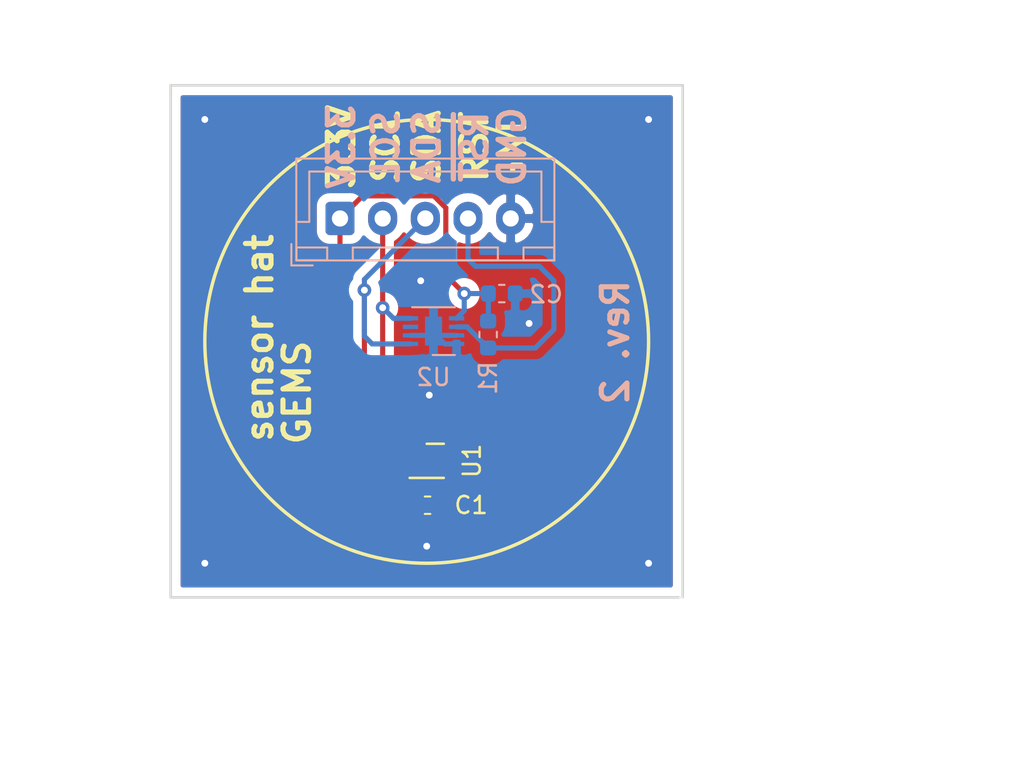
<source format=kicad_pcb>
(kicad_pcb (version 20171130) (host pcbnew 5.1.5+dfsg1-2build2)

  (general
    (thickness 1.6)
    (drawings 18)
    (tracks 60)
    (zones 0)
    (modules 6)
    (nets 9)
  )

  (page A4)
  (layers
    (0 F.Cu signal)
    (31 B.Cu signal)
    (32 B.Adhes user)
    (33 F.Adhes user)
    (34 B.Paste user)
    (35 F.Paste user)
    (36 B.SilkS user)
    (37 F.SilkS user)
    (38 B.Mask user)
    (39 F.Mask user)
    (40 Dwgs.User user)
    (41 Cmts.User user)
    (42 Eco1.User user)
    (43 Eco2.User user)
    (44 Edge.Cuts user)
    (45 Margin user)
    (46 B.CrtYd user)
    (47 F.CrtYd user)
    (48 B.Fab user)
    (49 F.Fab user)
  )

  (setup
    (last_trace_width 0.25)
    (user_trace_width 0.3)
    (trace_clearance 0.2)
    (zone_clearance 0.508)
    (zone_45_only no)
    (trace_min 0.2)
    (via_size 0.8)
    (via_drill 0.4)
    (via_min_size 0.4)
    (via_min_drill 0.3)
    (uvia_size 0.3)
    (uvia_drill 0.1)
    (uvias_allowed no)
    (uvia_min_size 0.2)
    (uvia_min_drill 0.1)
    (edge_width 0.15)
    (segment_width 0.2)
    (pcb_text_width 0.3)
    (pcb_text_size 1.5 1.5)
    (mod_edge_width 0.15)
    (mod_text_size 1 1)
    (mod_text_width 0.15)
    (pad_size 1.524 1.524)
    (pad_drill 0.762)
    (pad_to_mask_clearance 0.051)
    (solder_mask_min_width 0.25)
    (aux_axis_origin 0 0)
    (visible_elements FFFFFF7F)
    (pcbplotparams
      (layerselection 0x010fc_ffffffff)
      (usegerberextensions false)
      (usegerberattributes false)
      (usegerberadvancedattributes false)
      (creategerberjobfile false)
      (excludeedgelayer true)
      (linewidth 0.100000)
      (plotframeref false)
      (viasonmask false)
      (mode 1)
      (useauxorigin false)
      (hpglpennumber 1)
      (hpglpenspeed 20)
      (hpglpendiameter 15.000000)
      (psnegative false)
      (psa4output false)
      (plotreference true)
      (plotvalue true)
      (plotinvisibletext false)
      (padsonsilk false)
      (subtractmaskfromsilk false)
      (outputformat 1)
      (mirror false)
      (drillshape 0)
      (scaleselection 1)
      (outputdirectory "gerber"))
  )

  (net 0 "")
  (net 1 /SCL)
  (net 2 /SDA)
  (net 3 +3V3)
  (net 4 "Net-(U1-Pad4)")
  (net 5 "Net-(U1-Pad5)")
  (net 6 GND)
  (net 7 /~RST)
  (net 8 "Net-(U2-Pad3)")

  (net_class Default "This is the default net class."
    (clearance 0.2)
    (trace_width 0.25)
    (via_dia 0.8)
    (via_drill 0.4)
    (uvia_dia 0.3)
    (uvia_drill 0.1)
    (add_net +3V3)
    (add_net /SCL)
    (add_net /SDA)
    (add_net /~RST)
    (add_net GND)
    (add_net "Net-(U1-Pad4)")
    (add_net "Net-(U1-Pad5)")
    (add_net "Net-(U2-Pad3)")
  )

  (module Capacitor_SMD:C_0603_1608Metric (layer B.Cu) (tedit 5B301BBE) (tstamp 5D503912)
    (at 104.4 97.2)
    (descr "Capacitor SMD 0603 (1608 Metric), square (rectangular) end terminal, IPC_7351 nominal, (Body size source: http://www.tortai-tech.com/upload/download/2011102023233369053.pdf), generated with kicad-footprint-generator")
    (tags capacitor)
    (path /5D31EB78)
    (attr smd)
    (fp_text reference C2 (at 2.6 0.05) (layer B.SilkS)
      (effects (font (size 1 1) (thickness 0.15)) (justify mirror))
    )
    (fp_text value 0.1uF (at 0 -1.43) (layer B.Fab)
      (effects (font (size 1 1) (thickness 0.15)) (justify mirror))
    )
    (fp_line (start -0.8 -0.4) (end -0.8 0.4) (layer B.Fab) (width 0.1))
    (fp_line (start -0.8 0.4) (end 0.8 0.4) (layer B.Fab) (width 0.1))
    (fp_line (start 0.8 0.4) (end 0.8 -0.4) (layer B.Fab) (width 0.1))
    (fp_line (start 0.8 -0.4) (end -0.8 -0.4) (layer B.Fab) (width 0.1))
    (fp_line (start -0.162779 0.51) (end 0.162779 0.51) (layer B.SilkS) (width 0.12))
    (fp_line (start -0.162779 -0.51) (end 0.162779 -0.51) (layer B.SilkS) (width 0.12))
    (fp_line (start -1.48 -0.73) (end -1.48 0.73) (layer B.CrtYd) (width 0.05))
    (fp_line (start -1.48 0.73) (end 1.48 0.73) (layer B.CrtYd) (width 0.05))
    (fp_line (start 1.48 0.73) (end 1.48 -0.73) (layer B.CrtYd) (width 0.05))
    (fp_line (start 1.48 -0.73) (end -1.48 -0.73) (layer B.CrtYd) (width 0.05))
    (fp_text user %R (at 0 0) (layer B.Fab)
      (effects (font (size 0.4 0.4) (thickness 0.06)) (justify mirror))
    )
    (pad 1 smd roundrect (at -0.7875 0) (size 0.875 0.95) (layers B.Cu B.Paste B.Mask) (roundrect_rratio 0.25)
      (net 3 +3V3))
    (pad 2 smd roundrect (at 0.7875 0) (size 0.875 0.95) (layers B.Cu B.Paste B.Mask) (roundrect_rratio 0.25)
      (net 6 GND))
    (model ${KISYS3DMOD}/Capacitor_SMD.3dshapes/C_0603_1608Metric.wrl
      (at (xyz 0 0 0))
      (scale (xyz 1 1 1))
      (rotate (xyz 0 0 0))
    )
  )

  (module Resistor_SMD:R_0603_1608Metric (layer B.Cu) (tedit 5B301BBD) (tstamp 5D46D53C)
    (at 103.6 99.6 270)
    (descr "Resistor SMD 0603 (1608 Metric), square (rectangular) end terminal, IPC_7351 nominal, (Body size source: http://www.tortai-tech.com/upload/download/2011102023233369053.pdf), generated with kicad-footprint-generator")
    (tags resistor)
    (path /5D31F19D)
    (attr smd)
    (fp_text reference R1 (at 2.55 0 270) (layer B.SilkS)
      (effects (font (size 1 1) (thickness 0.15)) (justify mirror))
    )
    (fp_text value 10k (at 0 -1.43 270) (layer B.Fab)
      (effects (font (size 1 1) (thickness 0.15)) (justify mirror))
    )
    (fp_line (start -0.8 -0.4) (end -0.8 0.4) (layer B.Fab) (width 0.1))
    (fp_line (start -0.8 0.4) (end 0.8 0.4) (layer B.Fab) (width 0.1))
    (fp_line (start 0.8 0.4) (end 0.8 -0.4) (layer B.Fab) (width 0.1))
    (fp_line (start 0.8 -0.4) (end -0.8 -0.4) (layer B.Fab) (width 0.1))
    (fp_line (start -0.162779 0.51) (end 0.162779 0.51) (layer B.SilkS) (width 0.12))
    (fp_line (start -0.162779 -0.51) (end 0.162779 -0.51) (layer B.SilkS) (width 0.12))
    (fp_line (start -1.48 -0.73) (end -1.48 0.73) (layer B.CrtYd) (width 0.05))
    (fp_line (start -1.48 0.73) (end 1.48 0.73) (layer B.CrtYd) (width 0.05))
    (fp_line (start 1.48 0.73) (end 1.48 -0.73) (layer B.CrtYd) (width 0.05))
    (fp_line (start 1.48 -0.73) (end -1.48 -0.73) (layer B.CrtYd) (width 0.05))
    (fp_text user %R (at 0 0 270) (layer B.Fab)
      (effects (font (size 0.4 0.4) (thickness 0.06)) (justify mirror))
    )
    (pad 1 smd roundrect (at -0.7875 0 270) (size 0.875 0.95) (layers B.Cu B.Paste B.Mask) (roundrect_rratio 0.25)
      (net 3 +3V3))
    (pad 2 smd roundrect (at 0.7875 0 270) (size 0.875 0.95) (layers B.Cu B.Paste B.Mask) (roundrect_rratio 0.25)
      (net 7 /~RST))
    (model ${KISYS3DMOD}/Resistor_SMD.3dshapes/R_0603_1608Metric.wrl
      (at (xyz 0 0 0))
      (scale (xyz 1 1 1))
      (rotate (xyz 0 0 0))
    )
  )

  (module gems_footprints:8P-1EP-DFN_2.5x2.5 (layer B.Cu) (tedit 5BE9455F) (tstamp 5D46D52B)
    (at 100.4 99.4)
    (path /5D31D79D)
    (fp_text reference U2 (at 0 2.7) (layer B.SilkS)
      (effects (font (size 1 1) (thickness 0.15)) (justify mirror))
    )
    (fp_text value SHT35 (at 0 -2.9) (layer B.Fab)
      (effects (font (size 1 1) (thickness 0.15)) (justify mirror))
    )
    (fp_line (start -1.25 1.25) (end 1.25 1.25) (layer B.Fab) (width 0.1))
    (fp_line (start 1.25 1.25) (end 1.25 -1.25) (layer B.Fab) (width 0.1))
    (fp_line (start 1.25 -1.25) (end -1.25 -1.25) (layer B.Fab) (width 0.1))
    (fp_line (start -1.25 -1.25) (end -1.25 1.25) (layer B.Fab) (width 0.1))
    (fp_line (start 2 2) (end 2 -2) (layer B.CrtYd) (width 0.05))
    (fp_line (start 2 -2) (end -2 -2) (layer B.CrtYd) (width 0.05))
    (fp_line (start -2 -2) (end -2 2) (layer B.CrtYd) (width 0.05))
    (fp_line (start -2 2) (end 2 2) (layer B.CrtYd) (width 0.05))
    (fp_poly (pts (xy -0.45 0.7) (xy -0.45 -0.7) (xy 0.45 -0.7) (xy 0.45 0.7)) (layer B.Paste) (width 0))
    (fp_line (start -0.05 1.4) (end 1.25 1.4) (layer B.SilkS) (width 0.12))
    (fp_line (start -1.25 -1.4) (end 1.25 -1.4) (layer B.SilkS) (width 0.12))
    (pad 9 smd rect (at 0 0) (size 1 1.7) (layers B.Cu B.Mask)
      (net 6 GND))
    (pad 8 smd rect (at 1.35 0.75) (size 0.9 0.25) (layers B.Cu B.Paste B.Mask)
      (net 6 GND))
    (pad 7 smd rect (at 1.35 0.25) (size 0.9 0.25) (layers B.Cu B.Paste B.Mask)
      (net 6 GND))
    (pad 6 smd rect (at 1.35 -0.25) (size 0.9 0.25) (layers B.Cu B.Paste B.Mask)
      (net 7 /~RST))
    (pad 5 smd rect (at 1.35 -0.75) (size 0.9 0.25) (layers B.Cu B.Paste B.Mask)
      (net 3 +3V3))
    (pad 1 smd rect (at -1.35 0.75) (size 0.9 0.25) (layers B.Cu B.Paste B.Mask)
      (net 2 /SDA))
    (pad 2 smd rect (at -1.35 0.25) (size 0.9 0.25) (layers B.Cu B.Paste B.Mask)
      (net 6 GND))
    (pad 3 smd rect (at -1.35 -0.25) (size 0.9 0.25) (layers B.Cu B.Paste B.Mask)
      (net 8 "Net-(U2-Pad3)"))
    (pad 4 smd rect (at -1.35 -0.75) (size 0.9 0.25) (layers B.Cu B.Paste B.Mask)
      (net 1 /SCL))
  )

  (module Capacitor_SMD:C_0603_1608Metric (layer F.Cu) (tedit 5D50900A) (tstamp 5CB8F07E)
    (at 100.05 109.6)
    (descr "Capacitor SMD 0603 (1608 Metric), square (rectangular) end terminal, IPC_7351 nominal, (Body size source: http://www.tortai-tech.com/upload/download/2011102023233369053.pdf), generated with kicad-footprint-generator")
    (tags capacitor)
    (path /5CA37DD0)
    (attr smd)
    (fp_text reference C1 (at 2.55 0) (layer F.SilkS)
      (effects (font (size 1 1) (thickness 0.15)))
    )
    (fp_text value 1uF (at 0 1.43) (layer F.Fab)
      (effects (font (size 1 1) (thickness 0.15)))
    )
    (fp_text user %R (at 0 0) (layer F.Fab)
      (effects (font (size 0.4 0.4) (thickness 0.06)))
    )
    (fp_line (start 1.48 0.73) (end -1.48 0.73) (layer F.CrtYd) (width 0.05))
    (fp_line (start 1.48 -0.73) (end 1.48 0.73) (layer F.CrtYd) (width 0.05))
    (fp_line (start -1.48 -0.73) (end 1.48 -0.73) (layer F.CrtYd) (width 0.05))
    (fp_line (start -1.48 0.73) (end -1.48 -0.73) (layer F.CrtYd) (width 0.05))
    (fp_line (start -0.162779 0.51) (end 0.162779 0.51) (layer F.SilkS) (width 0.12))
    (fp_line (start -0.162779 -0.51) (end 0.162779 -0.51) (layer F.SilkS) (width 0.12))
    (fp_line (start 0.8 0.4) (end -0.8 0.4) (layer F.Fab) (width 0.1))
    (fp_line (start 0.8 -0.4) (end 0.8 0.4) (layer F.Fab) (width 0.1))
    (fp_line (start -0.8 -0.4) (end 0.8 -0.4) (layer F.Fab) (width 0.1))
    (fp_line (start -0.8 0.4) (end -0.8 -0.4) (layer F.Fab) (width 0.1))
    (pad 2 smd roundrect (at 0.7875 0) (size 0.875 0.95) (layers F.Cu F.Paste F.Mask) (roundrect_rratio 0.25)
      (net 6 GND))
    (pad 1 smd roundrect (at -0.7875 0) (size 0.875 0.95) (layers F.Cu F.Paste F.Mask) (roundrect_rratio 0.25)
      (net 3 +3V3))
    (model ${KISYS3DMOD}/Capacitor_SMD.3dshapes/C_0603_1608Metric.wrl
      (at (xyz 0 0 0))
      (scale (xyz 1 1 1))
      (rotate (xyz 0 0 0))
    )
  )

  (module Connector_JST:JST_XH_B05B-XH-A_1x05_P2.50mm_Vertical (layer B.Cu) (tedit 5B7754C5) (tstamp 5CB8F06D)
    (at 94.92 92.8)
    (descr "JST XH series connector, B05B-XH-A (http://www.jst-mfg.com/product/pdf/eng/eXH.pdf), generated with kicad-footprint-generator")
    (tags "connector JST XH side entry")
    (path /5CA37B43)
    (fp_text reference J1 (at 5 3.55) (layer B.SilkS) hide
      (effects (font (size 1 1) (thickness 0.15)) (justify mirror))
    )
    (fp_text value Conn_01x05 (at 5 -4.6) (layer B.Fab)
      (effects (font (size 1 1) (thickness 0.15)) (justify mirror))
    )
    (fp_text user %R (at 5 -2.7) (layer B.Fab)
      (effects (font (size 1 1) (thickness 0.15)) (justify mirror))
    )
    (fp_line (start -2.85 2.75) (end -2.85 1.5) (layer B.SilkS) (width 0.12))
    (fp_line (start -1.6 2.75) (end -2.85 2.75) (layer B.SilkS) (width 0.12))
    (fp_line (start 11.8 -2.75) (end 5 -2.75) (layer B.SilkS) (width 0.12))
    (fp_line (start 11.8 0.2) (end 11.8 -2.75) (layer B.SilkS) (width 0.12))
    (fp_line (start 12.55 0.2) (end 11.8 0.2) (layer B.SilkS) (width 0.12))
    (fp_line (start -1.8 -2.75) (end 5 -2.75) (layer B.SilkS) (width 0.12))
    (fp_line (start -1.8 0.2) (end -1.8 -2.75) (layer B.SilkS) (width 0.12))
    (fp_line (start -2.55 0.2) (end -1.8 0.2) (layer B.SilkS) (width 0.12))
    (fp_line (start 12.55 2.45) (end 10.75 2.45) (layer B.SilkS) (width 0.12))
    (fp_line (start 12.55 1.7) (end 12.55 2.45) (layer B.SilkS) (width 0.12))
    (fp_line (start 10.75 1.7) (end 12.55 1.7) (layer B.SilkS) (width 0.12))
    (fp_line (start 10.75 2.45) (end 10.75 1.7) (layer B.SilkS) (width 0.12))
    (fp_line (start -0.75 2.45) (end -2.55 2.45) (layer B.SilkS) (width 0.12))
    (fp_line (start -0.75 1.7) (end -0.75 2.45) (layer B.SilkS) (width 0.12))
    (fp_line (start -2.55 1.7) (end -0.75 1.7) (layer B.SilkS) (width 0.12))
    (fp_line (start -2.55 2.45) (end -2.55 1.7) (layer B.SilkS) (width 0.12))
    (fp_line (start 9.25 2.45) (end 0.75 2.45) (layer B.SilkS) (width 0.12))
    (fp_line (start 9.25 1.7) (end 9.25 2.45) (layer B.SilkS) (width 0.12))
    (fp_line (start 0.75 1.7) (end 9.25 1.7) (layer B.SilkS) (width 0.12))
    (fp_line (start 0.75 2.45) (end 0.75 1.7) (layer B.SilkS) (width 0.12))
    (fp_line (start 0 1.35) (end 0.625 2.35) (layer B.Fab) (width 0.1))
    (fp_line (start -0.625 2.35) (end 0 1.35) (layer B.Fab) (width 0.1))
    (fp_line (start 12.95 2.85) (end -2.95 2.85) (layer B.CrtYd) (width 0.05))
    (fp_line (start 12.95 -3.9) (end 12.95 2.85) (layer B.CrtYd) (width 0.05))
    (fp_line (start -2.95 -3.9) (end 12.95 -3.9) (layer B.CrtYd) (width 0.05))
    (fp_line (start -2.95 2.85) (end -2.95 -3.9) (layer B.CrtYd) (width 0.05))
    (fp_line (start 12.56 2.46) (end -2.56 2.46) (layer B.SilkS) (width 0.12))
    (fp_line (start 12.56 -3.51) (end 12.56 2.46) (layer B.SilkS) (width 0.12))
    (fp_line (start -2.56 -3.51) (end 12.56 -3.51) (layer B.SilkS) (width 0.12))
    (fp_line (start -2.56 2.46) (end -2.56 -3.51) (layer B.SilkS) (width 0.12))
    (fp_line (start 12.45 2.35) (end -2.45 2.35) (layer B.Fab) (width 0.1))
    (fp_line (start 12.45 -3.4) (end 12.45 2.35) (layer B.Fab) (width 0.1))
    (fp_line (start -2.45 -3.4) (end 12.45 -3.4) (layer B.Fab) (width 0.1))
    (fp_line (start -2.45 2.35) (end -2.45 -3.4) (layer B.Fab) (width 0.1))
    (pad 5 thru_hole oval (at 10 0) (size 1.7 1.95) (drill 0.95) (layers *.Cu *.Mask)
      (net 6 GND))
    (pad 4 thru_hole oval (at 7.5 0) (size 1.7 1.95) (drill 0.95) (layers *.Cu *.Mask)
      (net 7 /~RST))
    (pad 3 thru_hole oval (at 5 0) (size 1.7 1.95) (drill 0.95) (layers *.Cu *.Mask)
      (net 2 /SDA))
    (pad 2 thru_hole oval (at 2.5 0) (size 1.7 1.95) (drill 0.95) (layers *.Cu *.Mask)
      (net 1 /SCL))
    (pad 1 thru_hole roundrect (at 0 0) (size 1.7 1.95) (drill 0.95) (layers *.Cu *.Mask) (roundrect_rratio 0.147059)
      (net 3 +3V3))
    (model ${KISYS3DMOD}/Connector_JST.3dshapes/JST_XH_B05B-XH-A_1x05_P2.50mm_Vertical.wrl
      (at (xyz 0 0 0))
      (scale (xyz 1 1 1))
      (rotate (xyz 0 0 0))
    )
  )

  (module gems_footprints:APDS-9306-065 (layer F.Cu) (tedit 5D508F36) (tstamp 5CB8F041)
    (at 100 107 90)
    (path /5CA37A9E)
    (fp_text reference U1 (at 0 2.65 90) (layer F.SilkS)
      (effects (font (size 1 1) (thickness 0.15)))
    )
    (fp_text value APDS-9306-065 (at 3.6 0) (layer F.Fab) hide
      (effects (font (size 1 1) (thickness 0.15)))
    )
    (fp_line (start -1.4 -1.8) (end -0.75 -1.8) (layer F.CrtYd) (width 0.15))
    (fp_line (start -1.4 1.8) (end -1.4 -1.8) (layer F.CrtYd) (width 0.15))
    (fp_line (start -1.35 1.8) (end -1.4 1.8) (layer F.CrtYd) (width 0.15))
    (fp_line (start 1.4 1.8) (end -1.35 1.8) (layer F.CrtYd) (width 0.15))
    (fp_line (start 1.4 -1.8) (end 1.4 1.8) (layer F.CrtYd) (width 0.15))
    (fp_line (start -0.85 -1.8) (end 1.4 -1.8) (layer F.CrtYd) (width 0.15))
    (fp_line (start 1 1) (end 1 0) (layer F.SilkS) (width 0.15))
    (fp_line (start -1 -1) (end -1 1) (layer F.SilkS) (width 0.15))
    (fp_line (start -1 1) (end 1 1) (layer F.Fab) (width 0.15))
    (fp_line (start -1 -1) (end 1 -1) (layer F.Fab) (width 0.15))
    (fp_line (start 1 -1) (end 1 1) (layer F.Fab) (width 0.15))
    (fp_line (start -1 -1) (end -1 1) (layer F.Fab) (width 0.15))
    (pad 4 smd rect (at -0.65 0.95 90) (size 0.4 1.2) (layers F.Cu F.Paste F.Mask)
      (net 4 "Net-(U1-Pad4)"))
    (pad 5 smd rect (at 0 0.95 90) (size 0.4 1.2) (layers F.Cu F.Paste F.Mask)
      (net 5 "Net-(U1-Pad5)"))
    (pad 6 smd rect (at 0.65 0.95 90) (size 0.4 1.2) (layers F.Cu F.Paste F.Mask)
      (net 6 GND))
    (pad 1 smd rect (at 0.65 -0.95 90) (size 0.4 1.2) (layers F.Cu F.Paste F.Mask)
      (net 1 /SCL))
    (pad 2 smd rect (at 0 -0.95 90) (size 0.4 1.2) (layers F.Cu F.Paste F.Mask)
      (net 2 /SDA))
    (pad 3 smd rect (at -0.65 -0.95 90) (size 0.4 1.2) (layers F.Cu F.Paste F.Mask)
      (net 3 +3V3))
  )

  (gr_text GND (at 105 88.6 90) (layer B.SilkS) (tstamp 61EEDC0A)
    (effects (font (size 1.5 1.5) (thickness 0.3)) (justify mirror))
  )
  (gr_text ~RST (at 102.8 88.6 90) (layer B.SilkS) (tstamp 61EEDC08)
    (effects (font (size 1.5 1.5) (thickness 0.3)) (justify mirror))
  )
  (gr_text SDA (at 100 88.6 90) (layer B.SilkS) (tstamp 61EEDC06)
    (effects (font (size 1.5 1.5) (thickness 0.3)) (justify mirror))
  )
  (gr_text "SCL\n" (at 97.6 88.6 90) (layer B.SilkS) (tstamp 61EEDC04)
    (effects (font (size 1.5 1.5) (thickness 0.3)) (justify mirror))
  )
  (gr_text 3.3V (at 95 88.6 90) (layer B.SilkS)
    (effects (font (size 1.5 1.5) (thickness 0.3)) (justify mirror))
  )
  (gr_text GND (at 105 88.6 90) (layer F.SilkS) (tstamp 61EEDBE5)
    (effects (font (size 1.5 1.5) (thickness 0.3)))
  )
  (gr_text ~RST (at 102.8 88.6 90) (layer F.SilkS) (tstamp 61EEDBE3)
    (effects (font (size 1.5 1.5) (thickness 0.3)))
  )
  (gr_text SDA (at 100 88.6 90) (layer F.SilkS) (tstamp 61EEDBE1)
    (effects (font (size 1.5 1.5) (thickness 0.3)))
  )
  (gr_text "SCL\n" (at 97.6 88.6 90) (layer F.SilkS) (tstamp 61EEDBDF)
    (effects (font (size 1.5 1.5) (thickness 0.3)))
  )
  (gr_text 3.3V (at 95 88.6 90) (layer F.SilkS)
    (effects (font (size 1.5 1.5) (thickness 0.3)))
  )
  (gr_line (start 85 85) (end 85 115) (layer Edge.Cuts) (width 0.15))
  (gr_line (start 115 85) (end 115 115) (layer Edge.Cuts) (width 0.15))
  (gr_line (start 85 115) (end 114.8 115) (layer Edge.Cuts) (width 0.15))
  (gr_line (start 85 85) (end 115 85) (layer Edge.Cuts) (width 0.15))
  (gr_circle (center 100 100) (end 113 100) (layer F.SilkS) (width 0.2))
  (gr_text "Rev. 2\n" (at 111.05 100.05 90) (layer B.SilkS)
    (effects (font (size 1.5 1.5) (thickness 0.3)) (justify mirror))
  )
  (gr_text GEMS (at 92.4 103 90) (layer F.SilkS)
    (effects (font (size 1.5 1.5) (thickness 0.3)))
  )
  (gr_text "sensor hat" (at 90.2 99.8 90) (layer F.SilkS)
    (effects (font (size 1.5 1.5) (thickness 0.3)))
  )

  (segment (start 99.05 98.65) (end 98.05 98.65) (width 0.3) (layer B.Cu) (net 1))
  (segment (start 98.05 98.65) (end 97.42 98.02) (width 0.3) (layer B.Cu) (net 1))
  (segment (start 97.75 106.35) (end 99.05 106.35) (width 0.3) (layer F.Cu) (net 1))
  (segment (start 97.42 106.02) (end 97.75 106.35) (width 0.3) (layer F.Cu) (net 1))
  (segment (start 97.42 92.8) (end 97.42 98.03) (width 0.3) (layer F.Cu) (net 1))
  (segment (start 97.42 98.03) (end 97.42 106.02) (width 0.3) (layer F.Cu) (net 1) (tstamp 61EEDE72))
  (via (at 97.42 98.03) (size 0.8) (drill 0.4) (layers F.Cu B.Cu) (net 1))
  (segment (start 97.69288 107) (end 96.35 105.65712) (width 0.3) (layer F.Cu) (net 2))
  (segment (start 99.05 107) (end 97.69288 107) (width 0.3) (layer F.Cu) (net 2))
  (via (at 96.35 97) (size 0.8) (drill 0.4) (layers F.Cu B.Cu) (net 2))
  (segment (start 96.35 105.65712) (end 96.35 97) (width 0.3) (layer F.Cu) (net 2))
  (segment (start 96.35 96.37) (end 99.92 92.8) (width 0.3) (layer B.Cu) (net 2))
  (segment (start 96.35 97) (end 96.35 96.37) (width 0.3) (layer B.Cu) (net 2))
  (segment (start 99.05 100.15) (end 96.8 100.15) (width 0.3) (layer B.Cu) (net 2))
  (segment (start 96.35 99.7) (end 96.35 97) (width 0.3) (layer B.Cu) (net 2))
  (segment (start 96.8 100.15) (end 96.35 99.7) (width 0.3) (layer B.Cu) (net 2))
  (segment (start 95.818372 91.901628) (end 94.92 92.8) (width 0.3) (layer F.Cu) (net 3))
  (segment (start 96.24501 91.47499) (end 95.818372 91.901628) (width 0.3) (layer F.Cu) (net 3))
  (segment (start 100.41706 91.47499) (end 96.24501 91.47499) (width 0.3) (layer F.Cu) (net 3))
  (segment (start 101.12001 92.17794) (end 100.41706 91.47499) (width 0.3) (layer F.Cu) (net 3))
  (via (at 102.2 97.2) (size 0.8) (drill 0.4) (layers F.Cu B.Cu) (net 3))
  (segment (start 101.12001 95.67999) (end 101.12001 92.17794) (width 0.3) (layer F.Cu) (net 3))
  (segment (start 102.2 97.2) (end 103.6125 97.2) (width 0.3) (layer B.Cu) (net 3))
  (segment (start 102.2 98.2) (end 101.75 98.65) (width 0.3) (layer B.Cu) (net 3))
  (segment (start 102.2 97.2) (end 102.2 98.2) (width 0.3) (layer B.Cu) (net 3))
  (segment (start 103.6125 98.8) (end 103.6 98.8125) (width 0.3) (layer B.Cu) (net 3))
  (segment (start 103.6125 97.2) (end 103.6125 98.8) (width 0.3) (layer B.Cu) (net 3))
  (segment (start 94.92 104.93424) (end 94.92 92.8) (width 0.3) (layer F.Cu) (net 3))
  (segment (start 97.63576 107.65) (end 94.92 104.93424) (width 0.3) (layer F.Cu) (net 3))
  (segment (start 99.05 107.65) (end 97.63576 107.65) (width 0.3) (layer F.Cu) (net 3))
  (segment (start 99.05 109.3875) (end 99.2625 109.6) (width 0.3) (layer F.Cu) (net 3))
  (segment (start 99.05 107.65) (end 99.05 109.3875) (width 0.3) (layer F.Cu) (net 3))
  (segment (start 101.12001 96.12001) (end 102.2 97.2) (width 0.3) (layer F.Cu) (net 3))
  (segment (start 101.12001 95.67999) (end 101.12001 96.12001) (width 0.3) (layer F.Cu) (net 3))
  (segment (start 100.65 99.65) (end 100.4 99.4) (width 0.3) (layer B.Cu) (net 6))
  (segment (start 101.75 99.65) (end 100.65 99.65) (width 0.3) (layer B.Cu) (net 6))
  (segment (start 101.75 100.15) (end 101.05 100.15) (width 0.3) (layer B.Cu) (net 6))
  (segment (start 100.4 99.5) (end 100.4 99.4) (width 0.3) (layer B.Cu) (net 6))
  (segment (start 101.05 100.15) (end 100.4 99.5) (width 0.3) (layer B.Cu) (net 6))
  (segment (start 100.15 99.65) (end 100.4 99.4) (width 0.3) (layer B.Cu) (net 6))
  (segment (start 99.05 99.65) (end 100.15 99.65) (width 0.3) (layer B.Cu) (net 6))
  (via (at 106 98.95) (size 0.8) (drill 0.4) (layers F.Cu B.Cu) (net 6))
  (via (at 99.65 96.45) (size 0.8) (drill 0.4) (layers F.Cu B.Cu) (net 6))
  (via (at 100.15 103.15) (size 0.8) (drill 0.4) (layers F.Cu B.Cu) (net 6))
  (via (at 100 112) (size 0.8) (drill 0.4) (layers F.Cu B.Cu) (net 6))
  (via (at 87 113) (size 0.8) (drill 0.4) (layers F.Cu B.Cu) (net 6))
  (via (at 113 113) (size 0.8) (drill 0.4) (layers F.Cu B.Cu) (net 6))
  (via (at 87 87) (size 0.8) (drill 0.4) (layers F.Cu B.Cu) (net 6))
  (via (at 113 87) (size 0.8) (drill 0.4) (layers F.Cu B.Cu) (net 6))
  (segment (start 100.95 103.95) (end 100.15 103.15) (width 0.3) (layer F.Cu) (net 6))
  (segment (start 100.95 106.35) (end 100.95 103.95) (width 0.3) (layer F.Cu) (net 6))
  (segment (start 102.3625 99.15) (end 101.75 99.15) (width 0.3) (layer B.Cu) (net 7))
  (segment (start 103.6 100.3875) (end 102.3625 99.15) (width 0.3) (layer B.Cu) (net 7))
  (segment (start 102.42 92.8) (end 102.42 95.17) (width 0.3) (layer B.Cu) (net 7))
  (segment (start 102.42 95.17) (end 102.85 95.6) (width 0.3) (layer B.Cu) (net 7))
  (segment (start 102.85 95.6) (end 106.6 95.6) (width 0.3) (layer B.Cu) (net 7))
  (segment (start 106.6 95.6) (end 107.45 96.45) (width 0.3) (layer B.Cu) (net 7))
  (segment (start 107.45 96.45) (end 107.45 99.3) (width 0.3) (layer B.Cu) (net 7))
  (segment (start 106.3625 100.3875) (end 103.6 100.3875) (width 0.3) (layer B.Cu) (net 7))
  (segment (start 107.45 99.3) (end 106.3625 100.3875) (width 0.3) (layer B.Cu) (net 7))

  (zone (net 6) (net_name GND) (layer B.Cu) (tstamp 5D50A16F) (hatch edge 0.508)
    (connect_pads (clearance 0.508))
    (min_thickness 0.254)
    (fill yes (arc_segments 16) (thermal_gap 0.508) (thermal_bridge_width 0.508))
    (polygon
      (pts
        (xy 75 80) (xy 135 80) (xy 135 125) (xy 75 124.5)
      )
    )
    (filled_polygon
      (pts
        (xy 114.290001 114.29) (xy 85.71 114.29) (xy 85.71 92.075) (xy 93.431928 92.075) (xy 93.431928 93.525)
        (xy 93.448992 93.698254) (xy 93.499528 93.86485) (xy 93.581595 94.018386) (xy 93.692038 94.152962) (xy 93.826614 94.263405)
        (xy 93.98015 94.345472) (xy 94.146746 94.396008) (xy 94.32 94.413072) (xy 95.52 94.413072) (xy 95.693254 94.396008)
        (xy 95.85985 94.345472) (xy 96.013386 94.263405) (xy 96.147962 94.152962) (xy 96.258405 94.018386) (xy 96.312777 93.916663)
        (xy 96.364866 93.980134) (xy 96.590987 94.165706) (xy 96.848967 94.303599) (xy 97.12889 94.388513) (xy 97.213041 94.396801)
        (xy 95.822185 95.787658) (xy 95.792237 95.812236) (xy 95.767659 95.842184) (xy 95.767655 95.842188) (xy 95.73469 95.882356)
        (xy 95.694139 95.931767) (xy 95.621246 96.06814) (xy 95.576359 96.216113) (xy 95.566109 96.32018) (xy 95.546063 96.340226)
        (xy 95.432795 96.509744) (xy 95.354774 96.698102) (xy 95.315 96.898061) (xy 95.315 97.101939) (xy 95.354774 97.301898)
        (xy 95.432795 97.490256) (xy 95.546063 97.659774) (xy 95.565001 97.678712) (xy 95.565 99.661447) (xy 95.561203 99.7)
        (xy 95.565 99.738553) (xy 95.565 99.73856) (xy 95.576359 99.853886) (xy 95.621246 100.001859) (xy 95.694138 100.138232)
        (xy 95.792236 100.257764) (xy 95.82219 100.282347) (xy 96.217653 100.67781) (xy 96.242236 100.707764) (xy 96.361767 100.805862)
        (xy 96.492636 100.875812) (xy 96.49814 100.878754) (xy 96.646112 100.923641) (xy 96.66049 100.925057) (xy 96.761439 100.935)
        (xy 96.761446 100.935) (xy 96.799999 100.938797) (xy 96.838552 100.935) (xy 99.088561 100.935) (xy 99.203887 100.923641)
        (xy 99.238728 100.913072) (xy 99.5 100.913072) (xy 99.624482 100.900812) (xy 99.741207 100.865404) (xy 99.775518 100.875812)
        (xy 99.9 100.888072) (xy 100.11425 100.885) (xy 100.273 100.72625) (xy 100.273 99.527) (xy 100.253 99.527)
        (xy 100.253 99.273) (xy 100.273 99.273) (xy 100.273 98.07375) (xy 100.11425 97.915) (xy 99.9 97.911928)
        (xy 99.775518 97.924188) (xy 99.741207 97.934596) (xy 99.624482 97.899188) (xy 99.5 97.886928) (xy 99.238728 97.886928)
        (xy 99.203887 97.876359) (xy 99.088561 97.865) (xy 98.442456 97.865) (xy 98.415226 97.728102) (xy 98.337205 97.539744)
        (xy 98.223937 97.370226) (xy 98.079774 97.226063) (xy 97.910256 97.112795) (xy 97.721898 97.034774) (xy 97.521939 96.995)
        (xy 97.385 96.995) (xy 97.385 96.898061) (xy 97.345226 96.698102) (xy 97.282789 96.547368) (xy 99.485225 94.344933)
        (xy 99.62889 94.388513) (xy 99.92 94.417185) (xy 100.211111 94.388513) (xy 100.491034 94.303599) (xy 100.749014 94.165706)
        (xy 100.975134 93.980134) (xy 101.160706 93.754014) (xy 101.17 93.736626) (xy 101.179294 93.754014) (xy 101.364866 93.980134)
        (xy 101.590987 94.165706) (xy 101.635001 94.189232) (xy 101.635001 95.131437) (xy 101.631203 95.17) (xy 101.646359 95.323886)
        (xy 101.691246 95.471859) (xy 101.691247 95.47186) (xy 101.764139 95.608233) (xy 101.80469 95.657644) (xy 101.837655 95.697812)
        (xy 101.837659 95.697816) (xy 101.862237 95.727764) (xy 101.892186 95.752343) (xy 102.267649 96.127805) (xy 102.292236 96.157764)
        (xy 102.301053 96.165) (xy 102.098061 96.165) (xy 101.898102 96.204774) (xy 101.709744 96.282795) (xy 101.540226 96.396063)
        (xy 101.396063 96.540226) (xy 101.282795 96.709744) (xy 101.204774 96.898102) (xy 101.165 97.098061) (xy 101.165 97.301939)
        (xy 101.204774 97.501898) (xy 101.282795 97.690256) (xy 101.396063 97.859774) (xy 101.413066 97.876777) (xy 101.402915 97.886928)
        (xy 101.3 97.886928) (xy 101.175518 97.899188) (xy 101.058793 97.934596) (xy 101.024482 97.924188) (xy 100.9 97.911928)
        (xy 100.68575 97.915) (xy 100.527 98.07375) (xy 100.527 99.273) (xy 100.547 99.273) (xy 100.547 99.527)
        (xy 100.527 99.527) (xy 100.527 100.72625) (xy 100.68575 100.885) (xy 100.9 100.888072) (xy 101.024482 100.875812)
        (xy 101.059738 100.865117) (xy 101.068838 100.869727) (xy 101.189305 100.903397) (xy 101.314026 100.912918) (xy 101.46425 100.91)
        (xy 101.623 100.75125) (xy 101.623 100.025) (xy 101.877 100.025) (xy 101.877 100.75125) (xy 102.03575 100.91)
        (xy 102.185974 100.912918) (xy 102.310695 100.903397) (xy 102.431162 100.869727) (xy 102.519097 100.825182) (xy 102.55215 100.934142)
        (xy 102.631329 101.082275) (xy 102.737885 101.212115) (xy 102.867725 101.318671) (xy 103.015858 101.39785) (xy 103.176592 101.446608)
        (xy 103.34375 101.463072) (xy 103.85625 101.463072) (xy 104.023408 101.446608) (xy 104.184142 101.39785) (xy 104.332275 101.318671)
        (xy 104.462115 101.212115) (xy 104.494626 101.1725) (xy 106.323947 101.1725) (xy 106.3625 101.176297) (xy 106.401053 101.1725)
        (xy 106.401061 101.1725) (xy 106.516387 101.161141) (xy 106.66436 101.116254) (xy 106.800733 101.043362) (xy 106.920264 100.945264)
        (xy 106.944847 100.91531) (xy 107.977815 99.882342) (xy 108.007764 99.857764) (xy 108.04799 99.80875) (xy 108.081497 99.767921)
        (xy 108.105862 99.738233) (xy 108.178754 99.60186) (xy 108.213658 99.486798) (xy 108.223641 99.453888) (xy 108.227661 99.413072)
        (xy 108.235 99.338561) (xy 108.235 99.338554) (xy 108.238797 99.300001) (xy 108.235 99.261448) (xy 108.235 96.488556)
        (xy 108.238797 96.45) (xy 108.235 96.41144) (xy 108.235 96.411439) (xy 108.230918 96.37) (xy 108.223642 96.296113)
        (xy 108.178754 96.14814) (xy 108.171997 96.135498) (xy 108.105862 96.011767) (xy 108.007764 95.892236) (xy 107.977811 95.867654)
        (xy 107.182346 95.072189) (xy 107.157764 95.042236) (xy 107.038233 94.944138) (xy 106.90186 94.871246) (xy 106.753887 94.826359)
        (xy 106.638561 94.815) (xy 106.638553 94.815) (xy 106.6 94.811203) (xy 106.561447 94.815) (xy 103.205 94.815)
        (xy 103.205 94.189232) (xy 103.249014 94.165706) (xy 103.475134 93.980134) (xy 103.660706 93.754014) (xy 103.674462 93.728278)
        (xy 103.830951 93.934429) (xy 104.048807 94.127496) (xy 104.300142 94.274352) (xy 104.56311 94.366476) (xy 104.793 94.245155)
        (xy 104.793 92.927) (xy 105.047 92.927) (xy 105.047 94.245155) (xy 105.27689 94.366476) (xy 105.539858 94.274352)
        (xy 105.791193 94.127496) (xy 106.009049 93.934429) (xy 106.185053 93.70257) (xy 106.312442 93.44083) (xy 106.38632 93.159267)
        (xy 106.246165 92.927) (xy 105.047 92.927) (xy 104.793 92.927) (xy 104.773 92.927) (xy 104.773 92.673)
        (xy 104.793 92.673) (xy 104.793 91.354845) (xy 105.047 91.354845) (xy 105.047 92.673) (xy 106.246165 92.673)
        (xy 106.38632 92.440733) (xy 106.312442 92.15917) (xy 106.185053 91.89743) (xy 106.009049 91.665571) (xy 105.791193 91.472504)
        (xy 105.539858 91.325648) (xy 105.27689 91.233524) (xy 105.047 91.354845) (xy 104.793 91.354845) (xy 104.56311 91.233524)
        (xy 104.300142 91.325648) (xy 104.048807 91.472504) (xy 103.830951 91.665571) (xy 103.674462 91.871722) (xy 103.660706 91.845986)
        (xy 103.475134 91.619866) (xy 103.249013 91.434294) (xy 102.991033 91.296401) (xy 102.71111 91.211487) (xy 102.42 91.182815)
        (xy 102.128889 91.211487) (xy 101.848966 91.296401) (xy 101.590986 91.434294) (xy 101.364866 91.619866) (xy 101.179294 91.845987)
        (xy 101.17 91.863374) (xy 101.160706 91.845986) (xy 100.975134 91.619866) (xy 100.749013 91.434294) (xy 100.491033 91.296401)
        (xy 100.21111 91.211487) (xy 99.92 91.182815) (xy 99.628889 91.211487) (xy 99.348966 91.296401) (xy 99.090986 91.434294)
        (xy 98.864866 91.619866) (xy 98.679294 91.845987) (xy 98.67 91.863374) (xy 98.660706 91.845986) (xy 98.475134 91.619866)
        (xy 98.249013 91.434294) (xy 97.991033 91.296401) (xy 97.71111 91.211487) (xy 97.42 91.182815) (xy 97.128889 91.211487)
        (xy 96.848966 91.296401) (xy 96.590986 91.434294) (xy 96.364866 91.619866) (xy 96.312777 91.683337) (xy 96.258405 91.581614)
        (xy 96.147962 91.447038) (xy 96.013386 91.336595) (xy 95.85985 91.254528) (xy 95.693254 91.203992) (xy 95.52 91.186928)
        (xy 94.32 91.186928) (xy 94.146746 91.203992) (xy 93.98015 91.254528) (xy 93.826614 91.336595) (xy 93.692038 91.447038)
        (xy 93.581595 91.581614) (xy 93.499528 91.73515) (xy 93.448992 91.901746) (xy 93.431928 92.075) (xy 85.71 92.075)
        (xy 85.71 85.71) (xy 114.29 85.71)
      )
    )
    (filled_polygon
      (pts
        (xy 106.665 96.775157) (xy 106.665001 98.974841) (xy 106.037343 99.6025) (xy 104.494626 99.6025) (xy 104.492574 99.6)
        (xy 104.568671 99.507275) (xy 104.64785 99.359142) (xy 104.696608 99.198408) (xy 104.713072 99.03125) (xy 104.713072 98.59375)
        (xy 104.696608 98.426592) (xy 104.659467 98.304156) (xy 104.75 98.313072) (xy 104.90175 98.31) (xy 105.0605 98.15125)
        (xy 105.0605 97.327) (xy 105.3145 97.327) (xy 105.3145 98.15125) (xy 105.47325 98.31) (xy 105.625 98.313072)
        (xy 105.749482 98.300812) (xy 105.86918 98.264502) (xy 105.979494 98.205537) (xy 106.076185 98.126185) (xy 106.155537 98.029494)
        (xy 106.214502 97.91918) (xy 106.250812 97.799482) (xy 106.263072 97.675) (xy 106.26 97.48575) (xy 106.10125 97.327)
        (xy 105.3145 97.327) (xy 105.0605 97.327) (xy 105.0405 97.327) (xy 105.0405 97.073) (xy 105.0605 97.073)
        (xy 105.0605 97.053) (xy 105.3145 97.053) (xy 105.3145 97.073) (xy 106.10125 97.073) (xy 106.26 96.91425)
        (xy 106.263072 96.725) (xy 106.250812 96.600518) (xy 106.214502 96.48082) (xy 106.163284 96.385) (xy 106.274843 96.385)
      )
    )
  )
  (zone (net 6) (net_name GND) (layer F.Cu) (tstamp 5D50A16C) (hatch edge 0.508)
    (connect_pads (clearance 0.508))
    (min_thickness 0.254)
    (fill yes (arc_segments 16) (thermal_gap 0.508) (thermal_bridge_width 0.508))
    (polygon
      (pts
        (xy 118 83.5) (xy 118 120.25) (xy 80 120) (xy 80 83.5)
      )
    )
    (filled_polygon
      (pts
        (xy 114.290001 114.29) (xy 85.71 114.29) (xy 85.71 92.075) (xy 93.431928 92.075) (xy 93.431928 93.525)
        (xy 93.448992 93.698254) (xy 93.499528 93.86485) (xy 93.581595 94.018386) (xy 93.692038 94.152962) (xy 93.826614 94.263405)
        (xy 93.98015 94.345472) (xy 94.135001 94.392445) (xy 94.135 104.895687) (xy 94.131203 104.93424) (xy 94.135 104.972793)
        (xy 94.135 104.9728) (xy 94.146359 105.088126) (xy 94.191246 105.236099) (xy 94.264138 105.372472) (xy 94.362236 105.492004)
        (xy 94.39219 105.516587) (xy 97.053413 108.17781) (xy 97.077996 108.207764) (xy 97.197527 108.305862) (xy 97.3339 108.378754)
        (xy 97.481873 108.423642) (xy 97.556786 108.43102) (xy 97.597199 108.435) (xy 97.597204 108.435) (xy 97.63576 108.438797)
        (xy 97.674316 108.435) (xy 98.197397 108.435) (xy 98.20582 108.439502) (xy 98.265 108.457454) (xy 98.265001 108.991816)
        (xy 98.25215 109.015858) (xy 98.203392 109.176592) (xy 98.186928 109.34375) (xy 98.186928 109.85625) (xy 98.203392 110.023408)
        (xy 98.25215 110.184142) (xy 98.331329 110.332275) (xy 98.437885 110.462115) (xy 98.567725 110.568671) (xy 98.715858 110.64785)
        (xy 98.876592 110.696608) (xy 99.04375 110.713072) (xy 99.48125 110.713072) (xy 99.648408 110.696608) (xy 99.809142 110.64785)
        (xy 99.957275 110.568671) (xy 99.97893 110.5509) (xy 100.045506 110.605537) (xy 100.15582 110.664502) (xy 100.275518 110.700812)
        (xy 100.4 110.713072) (xy 100.55175 110.71) (xy 100.7105 110.55125) (xy 100.7105 109.727) (xy 100.9645 109.727)
        (xy 100.9645 110.55125) (xy 101.12325 110.71) (xy 101.275 110.713072) (xy 101.399482 110.700812) (xy 101.51918 110.664502)
        (xy 101.629494 110.605537) (xy 101.726185 110.526185) (xy 101.805537 110.429494) (xy 101.864502 110.31918) (xy 101.900812 110.199482)
        (xy 101.913072 110.075) (xy 101.91 109.88575) (xy 101.75125 109.727) (xy 100.9645 109.727) (xy 100.7105 109.727)
        (xy 100.6905 109.727) (xy 100.6905 109.473) (xy 100.7105 109.473) (xy 100.7105 108.64875) (xy 100.55175 108.49)
        (xy 100.456511 108.488072) (xy 101.218489 108.488072) (xy 101.12325 108.49) (xy 100.9645 108.64875) (xy 100.9645 109.473)
        (xy 101.75125 109.473) (xy 101.91 109.31425) (xy 101.913072 109.125) (xy 101.900812 109.000518) (xy 101.864502 108.88082)
        (xy 101.805537 108.770506) (xy 101.726185 108.673815) (xy 101.629494 108.594463) (xy 101.51918 108.535498) (xy 101.399482 108.499188)
        (xy 101.286616 108.488072) (xy 101.55 108.488072) (xy 101.674482 108.475812) (xy 101.79418 108.439502) (xy 101.904494 108.380537)
        (xy 102.001185 108.301185) (xy 102.080537 108.204494) (xy 102.139502 108.09418) (xy 102.175812 107.974482) (xy 102.188072 107.85)
        (xy 102.188072 107.45) (xy 102.175812 107.325518) (xy 102.175655 107.325) (xy 102.175812 107.324482) (xy 102.188072 107.2)
        (xy 102.188072 106.8) (xy 102.175812 106.675518) (xy 102.174955 106.672693) (xy 102.185 106.58175) (xy 102.117032 106.513782)
        (xy 102.080537 106.445506) (xy 102.001185 106.348815) (xy 101.913678 106.277) (xy 102.02625 106.277) (xy 102.185 106.11825)
        (xy 102.173564 106.014711) (xy 102.135189 105.895659) (xy 102.074325 105.786381) (xy 101.993312 105.691077) (xy 101.895263 105.613409)
        (xy 101.783945 105.556362) (xy 101.663637 105.522129) (xy 101.538961 105.512023) (xy 101.23575 105.515) (xy 101.077 105.67375)
        (xy 101.077 106.161928) (xy 100.823 106.161928) (xy 100.823 105.67375) (xy 100.66425 105.515) (xy 100.361039 105.512023)
        (xy 100.236363 105.522129) (xy 100.116055 105.556362) (xy 100.004737 105.613409) (xy 100.000076 105.617101) (xy 99.89418 105.560498)
        (xy 99.774482 105.524188) (xy 99.65 105.511928) (xy 98.45 105.511928) (xy 98.325518 105.524188) (xy 98.20582 105.560498)
        (xy 98.205 105.560936) (xy 98.205 98.708711) (xy 98.223937 98.689774) (xy 98.337205 98.520256) (xy 98.415226 98.331898)
        (xy 98.455 98.131939) (xy 98.455 97.928061) (xy 98.415226 97.728102) (xy 98.337205 97.539744) (xy 98.223937 97.370226)
        (xy 98.205 97.351289) (xy 98.205 94.189232) (xy 98.249014 94.165706) (xy 98.475134 93.980134) (xy 98.660706 93.754014)
        (xy 98.67 93.736626) (xy 98.679294 93.754014) (xy 98.864866 93.980134) (xy 99.090987 94.165706) (xy 99.348967 94.303599)
        (xy 99.62889 94.388513) (xy 99.92 94.417185) (xy 100.211111 94.388513) (xy 100.33501 94.350928) (xy 100.33501 96.081457)
        (xy 100.331213 96.12001) (xy 100.33501 96.158563) (xy 100.33501 96.158571) (xy 100.346369 96.273897) (xy 100.391256 96.42187)
        (xy 100.464148 96.558243) (xy 100.562247 96.677774) (xy 100.592195 96.702352) (xy 101.165 97.275157) (xy 101.165 97.301939)
        (xy 101.204774 97.501898) (xy 101.282795 97.690256) (xy 101.396063 97.859774) (xy 101.540226 98.003937) (xy 101.709744 98.117205)
        (xy 101.898102 98.195226) (xy 102.098061 98.235) (xy 102.301939 98.235) (xy 102.501898 98.195226) (xy 102.690256 98.117205)
        (xy 102.859774 98.003937) (xy 103.003937 97.859774) (xy 103.117205 97.690256) (xy 103.195226 97.501898) (xy 103.235 97.301939)
        (xy 103.235 97.098061) (xy 103.195226 96.898102) (xy 103.117205 96.709744) (xy 103.003937 96.540226) (xy 102.859774 96.396063)
        (xy 102.690256 96.282795) (xy 102.501898 96.204774) (xy 102.301939 96.165) (xy 102.275157 96.165) (xy 101.90501 95.794853)
        (xy 101.90501 94.3206) (xy 102.12889 94.388513) (xy 102.42 94.417185) (xy 102.711111 94.388513) (xy 102.991034 94.303599)
        (xy 103.249014 94.165706) (xy 103.475134 93.980134) (xy 103.660706 93.754014) (xy 103.674462 93.728278) (xy 103.830951 93.934429)
        (xy 104.048807 94.127496) (xy 104.300142 94.274352) (xy 104.56311 94.366476) (xy 104.793 94.245155) (xy 104.793 92.927)
        (xy 105.047 92.927) (xy 105.047 94.245155) (xy 105.27689 94.366476) (xy 105.539858 94.274352) (xy 105.791193 94.127496)
        (xy 106.009049 93.934429) (xy 106.185053 93.70257) (xy 106.312442 93.44083) (xy 106.38632 93.159267) (xy 106.246165 92.927)
        (xy 105.047 92.927) (xy 104.793 92.927) (xy 104.773 92.927) (xy 104.773 92.673) (xy 104.793 92.673)
        (xy 104.793 91.354845) (xy 105.047 91.354845) (xy 105.047 92.673) (xy 106.246165 92.673) (xy 106.38632 92.440733)
        (xy 106.312442 92.15917) (xy 106.185053 91.89743) (xy 106.009049 91.665571) (xy 105.791193 91.472504) (xy 105.539858 91.325648)
        (xy 105.27689 91.233524) (xy 105.047 91.354845) (xy 104.793 91.354845) (xy 104.56311 91.233524) (xy 104.300142 91.325648)
        (xy 104.048807 91.472504) (xy 103.830951 91.665571) (xy 103.674462 91.871722) (xy 103.660706 91.845986) (xy 103.475134 91.619866)
        (xy 103.249013 91.434294) (xy 102.991033 91.296401) (xy 102.71111 91.211487) (xy 102.42 91.182815) (xy 102.128889 91.211487)
        (xy 101.848966 91.296401) (xy 101.590986 91.434294) (xy 101.533609 91.481382) (xy 100.999407 90.947179) (xy 100.974824 90.917226)
        (xy 100.855293 90.819128) (xy 100.71892 90.746236) (xy 100.570947 90.701349) (xy 100.455621 90.68999) (xy 100.455613 90.68999)
        (xy 100.41706 90.686193) (xy 100.378507 90.68999) (xy 96.283562 90.68999) (xy 96.245009 90.686193) (xy 96.206456 90.68999)
        (xy 96.206449 90.68999) (xy 96.1055 90.699933) (xy 96.091122 90.701349) (xy 96.056682 90.711796) (xy 95.94315 90.746236)
        (xy 95.806777 90.819128) (xy 95.687246 90.917226) (xy 95.662663 90.94718) (xy 95.422915 91.186928) (xy 94.32 91.186928)
        (xy 94.146746 91.203992) (xy 93.98015 91.254528) (xy 93.826614 91.336595) (xy 93.692038 91.447038) (xy 93.581595 91.581614)
        (xy 93.499528 91.73515) (xy 93.448992 91.901746) (xy 93.431928 92.075) (xy 85.71 92.075) (xy 85.71 85.71)
        (xy 114.29 85.71)
      )
    )
  )
)

</source>
